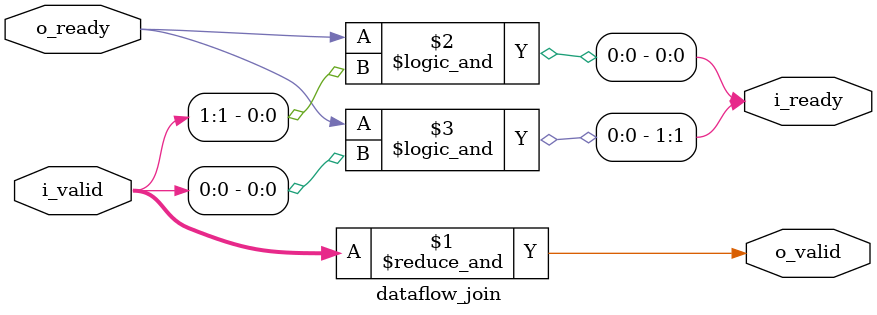
<source format=v>
`default_nettype none


module dataflow_join(
    input wire [1:0] i_valid,
    output wire [1:0] i_ready,
    output wire o_valid,
    input wire o_ready);

    assign o_valid = &i_valid;
    assign i_ready = { o_ready && i_valid[0], o_ready && i_valid[1] };

endmodule
</source>
